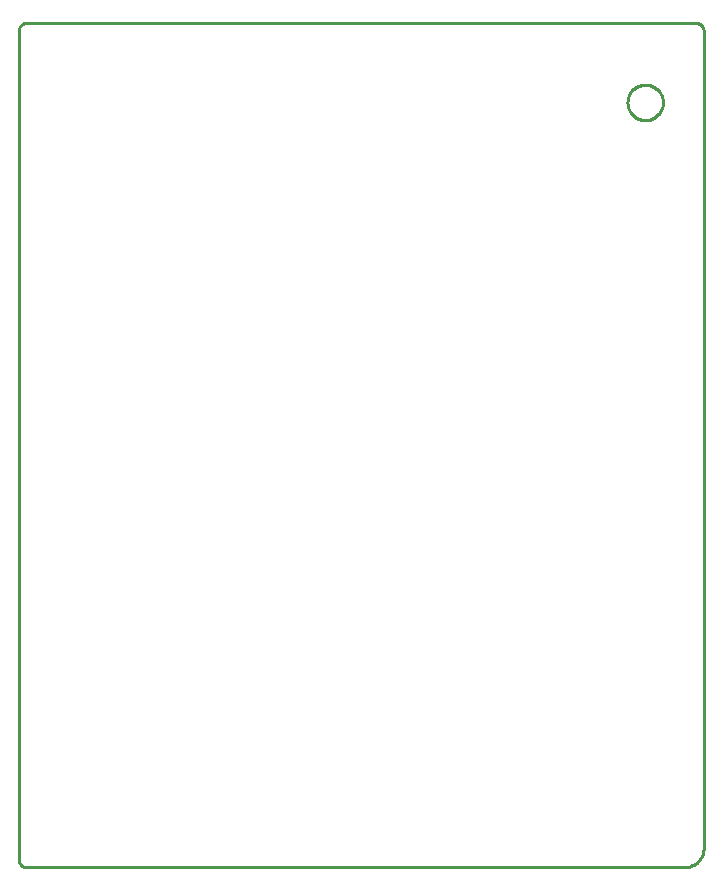
<source format=gbr>
G04 EAGLE Gerber RS-274X export*
G75*
%MOMM*%
%FSLAX34Y34*%
%LPD*%
%IN*%
%IPPOS*%
%AMOC8*
5,1,8,0,0,1.08239X$1,22.5*%
G01*
%ADD10C,0.254000*%


D10*
X-290000Y-358308D02*
X-289975Y-358884D01*
X-289900Y-359456D01*
X-289775Y-360019D01*
X-289601Y-360570D01*
X-289381Y-361102D01*
X-289114Y-361614D01*
X-288804Y-362101D01*
X-288453Y-362558D01*
X-288063Y-362983D01*
X-287638Y-363373D01*
X-287181Y-363724D01*
X-286694Y-364034D01*
X-286182Y-364301D01*
X-285650Y-364521D01*
X-285099Y-364695D01*
X-284536Y-364820D01*
X-283964Y-364895D01*
X-283388Y-364920D01*
X273398Y-364920D01*
X274845Y-364857D01*
X276281Y-364668D01*
X277695Y-364354D01*
X279076Y-363919D01*
X280414Y-363365D01*
X281699Y-362696D01*
X282921Y-361918D01*
X284070Y-361036D01*
X285137Y-360057D01*
X286116Y-358990D01*
X286998Y-357841D01*
X287776Y-356619D01*
X288445Y-355334D01*
X288999Y-353996D01*
X289434Y-352615D01*
X289748Y-351201D01*
X289937Y-349765D01*
X290000Y-348318D01*
X290000Y342997D01*
X289973Y343607D01*
X289894Y344213D01*
X289761Y344809D01*
X289578Y345392D01*
X289344Y345956D01*
X289062Y346498D01*
X288733Y347014D01*
X288362Y347498D01*
X287949Y347949D01*
X287498Y348362D01*
X287014Y348733D01*
X286498Y349062D01*
X285956Y349344D01*
X285392Y349578D01*
X284809Y349761D01*
X284213Y349894D01*
X283607Y349973D01*
X282997Y350000D01*
X-282997Y350000D01*
X-283607Y349973D01*
X-284213Y349894D01*
X-284809Y349761D01*
X-285392Y349578D01*
X-285956Y349344D01*
X-286498Y349062D01*
X-287014Y348733D01*
X-287498Y348362D01*
X-287949Y347949D01*
X-288362Y347498D01*
X-288733Y347014D01*
X-289062Y346498D01*
X-289344Y345956D01*
X-289578Y345392D01*
X-289761Y344809D01*
X-289894Y344213D01*
X-289973Y343607D01*
X-290000Y342997D01*
X-290000Y-358308D01*
X255370Y283236D02*
X255294Y284304D01*
X255141Y285365D01*
X254913Y286412D01*
X254611Y287440D01*
X254237Y288444D01*
X253792Y289419D01*
X253278Y290359D01*
X252699Y291260D01*
X252057Y292118D01*
X251355Y292928D01*
X250598Y293685D01*
X249788Y294387D01*
X248930Y295029D01*
X248029Y295608D01*
X247089Y296122D01*
X246114Y296567D01*
X245110Y296941D01*
X244082Y297243D01*
X243035Y297471D01*
X241974Y297624D01*
X240906Y297700D01*
X239834Y297700D01*
X238766Y297624D01*
X237705Y297471D01*
X236658Y297243D01*
X235630Y296941D01*
X234626Y296567D01*
X233651Y296122D01*
X232711Y295608D01*
X231810Y295029D01*
X230952Y294387D01*
X230142Y293685D01*
X229385Y292928D01*
X228683Y292118D01*
X228041Y291260D01*
X227462Y290359D01*
X226948Y289419D01*
X226503Y288444D01*
X226129Y287440D01*
X225827Y286412D01*
X225599Y285365D01*
X225446Y284304D01*
X225370Y283236D01*
X225370Y282164D01*
X225446Y281096D01*
X225599Y280035D01*
X225827Y278988D01*
X226129Y277960D01*
X226503Y276956D01*
X226948Y275981D01*
X227462Y275041D01*
X228041Y274140D01*
X228683Y273282D01*
X229385Y272472D01*
X230142Y271715D01*
X230952Y271013D01*
X231810Y270371D01*
X232711Y269792D01*
X233651Y269278D01*
X234626Y268833D01*
X235630Y268459D01*
X236658Y268157D01*
X237705Y267929D01*
X238766Y267776D01*
X239834Y267700D01*
X240906Y267700D01*
X241974Y267776D01*
X243035Y267929D01*
X244082Y268157D01*
X245110Y268459D01*
X246114Y268833D01*
X247089Y269278D01*
X248029Y269792D01*
X248930Y270371D01*
X249788Y271013D01*
X250598Y271715D01*
X251355Y272472D01*
X252057Y273282D01*
X252699Y274140D01*
X253278Y275041D01*
X253792Y275981D01*
X254237Y276956D01*
X254611Y277960D01*
X254913Y278988D01*
X255141Y280035D01*
X255294Y281096D01*
X255370Y282164D01*
X255370Y283236D01*
M02*

</source>
